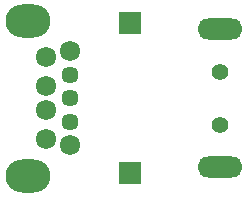
<source format=gbr>
G04 #@! TF.GenerationSoftware,KiCad,Pcbnew,(5.0.0-rc2-110-g9edfd25)*
G04 #@! TF.CreationDate,2018-06-15T17:50:17-07:00*
G04 #@! TF.ProjectId,USB-Voltage-Probe,5553422D566F6C746167652D50726F62,rev?*
G04 #@! TF.SameCoordinates,Original*
G04 #@! TF.FileFunction,Soldermask,Bot*
G04 #@! TF.FilePolarity,Negative*
%FSLAX46Y46*%
G04 Gerber Fmt 4.6, Leading zero omitted, Abs format (unit mm)*
G04 Created by KiCad (PCBNEW (5.0.0-rc2-110-g9edfd25)) date Friday, June 15, 2018 at 05:50:17 PM*
%MOMM*%
%LPD*%
G01*
G04 APERTURE LIST*
%ADD10O,3.800000X2.800000*%
%ADD11C,1.724000*%
%ADD12C,1.450000*%
%ADD13R,1.900000X1.900000*%
%ADD14O,3.800000X1.800000*%
%ADD15C,1.400000*%
G04 APERTURE END LIST*
D10*
G04 #@! TO.C,J1*
X146360000Y-48040000D03*
X146360000Y-61180000D03*
D11*
X147860000Y-58110000D03*
X147860000Y-55610000D03*
X147860000Y-53610000D03*
X147860000Y-51110000D03*
X149860000Y-58610000D03*
D12*
X149860000Y-56610000D03*
D11*
X149860000Y-50610000D03*
D12*
X149860000Y-52610000D03*
X149860000Y-54610000D03*
G04 #@! TD*
D13*
G04 #@! TO.C,J3*
X154940000Y-60960000D03*
G04 #@! TD*
G04 #@! TO.C,J4*
X154940000Y-48260000D03*
G04 #@! TD*
D14*
G04 #@! TO.C,J2*
X162550000Y-48760000D03*
X162550000Y-60460000D03*
D15*
X162550000Y-52360000D03*
X162550000Y-56860000D03*
G04 #@! TD*
M02*

</source>
